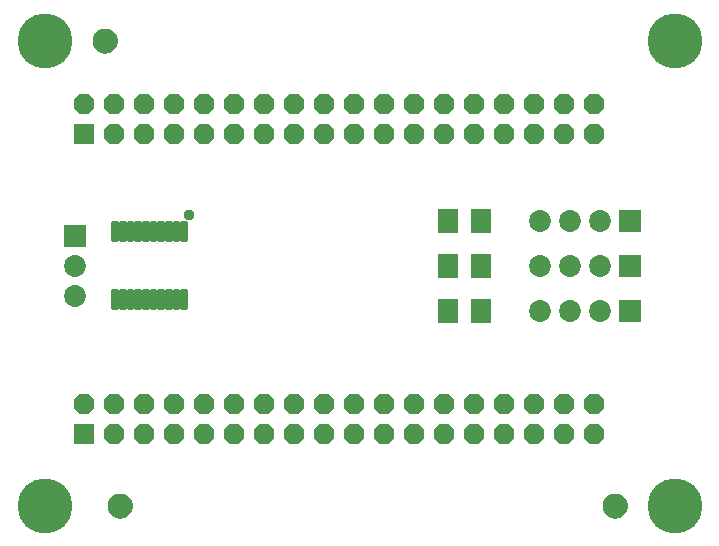
<source format=gbr>
G04 EAGLE Gerber RS-274X export*
G75*
%MOMM*%
%FSLAX34Y34*%
%LPD*%
%INSoldermask Top*%
%IPPOS*%
%AMOC8*
5,1,8,0,0,1.08239X$1,22.5*%
G01*
%ADD10C,0.609600*%
%ADD11C,1.219200*%
%ADD12C,4.648200*%
%ADD13R,1.803200X2.006200*%
%ADD14R,1.854200X1.854200*%
%ADD15C,1.854200*%
%ADD16C,0.306600*%
%ADD17R,1.727200X1.727200*%
%ADD18P,1.869504X8X22.500000*%
%ADD19C,0.959600*%


D10*
X513080Y38100D02*
X513082Y38287D01*
X513089Y38474D01*
X513101Y38661D01*
X513117Y38847D01*
X513137Y39033D01*
X513162Y39218D01*
X513192Y39403D01*
X513226Y39587D01*
X513265Y39770D01*
X513308Y39952D01*
X513356Y40132D01*
X513408Y40312D01*
X513465Y40490D01*
X513525Y40667D01*
X513591Y40842D01*
X513660Y41016D01*
X513734Y41188D01*
X513812Y41358D01*
X513894Y41526D01*
X513980Y41692D01*
X514070Y41856D01*
X514164Y42017D01*
X514262Y42177D01*
X514364Y42333D01*
X514470Y42488D01*
X514580Y42639D01*
X514693Y42788D01*
X514810Y42934D01*
X514930Y43077D01*
X515054Y43217D01*
X515181Y43354D01*
X515312Y43488D01*
X515446Y43619D01*
X515583Y43746D01*
X515723Y43870D01*
X515866Y43990D01*
X516012Y44107D01*
X516161Y44220D01*
X516312Y44330D01*
X516467Y44436D01*
X516623Y44538D01*
X516783Y44636D01*
X516944Y44730D01*
X517108Y44820D01*
X517274Y44906D01*
X517442Y44988D01*
X517612Y45066D01*
X517784Y45140D01*
X517958Y45209D01*
X518133Y45275D01*
X518310Y45335D01*
X518488Y45392D01*
X518668Y45444D01*
X518848Y45492D01*
X519030Y45535D01*
X519213Y45574D01*
X519397Y45608D01*
X519582Y45638D01*
X519767Y45663D01*
X519953Y45683D01*
X520139Y45699D01*
X520326Y45711D01*
X520513Y45718D01*
X520700Y45720D01*
X520887Y45718D01*
X521074Y45711D01*
X521261Y45699D01*
X521447Y45683D01*
X521633Y45663D01*
X521818Y45638D01*
X522003Y45608D01*
X522187Y45574D01*
X522370Y45535D01*
X522552Y45492D01*
X522732Y45444D01*
X522912Y45392D01*
X523090Y45335D01*
X523267Y45275D01*
X523442Y45209D01*
X523616Y45140D01*
X523788Y45066D01*
X523958Y44988D01*
X524126Y44906D01*
X524292Y44820D01*
X524456Y44730D01*
X524617Y44636D01*
X524777Y44538D01*
X524933Y44436D01*
X525088Y44330D01*
X525239Y44220D01*
X525388Y44107D01*
X525534Y43990D01*
X525677Y43870D01*
X525817Y43746D01*
X525954Y43619D01*
X526088Y43488D01*
X526219Y43354D01*
X526346Y43217D01*
X526470Y43077D01*
X526590Y42934D01*
X526707Y42788D01*
X526820Y42639D01*
X526930Y42488D01*
X527036Y42333D01*
X527138Y42177D01*
X527236Y42017D01*
X527330Y41856D01*
X527420Y41692D01*
X527506Y41526D01*
X527588Y41358D01*
X527666Y41188D01*
X527740Y41016D01*
X527809Y40842D01*
X527875Y40667D01*
X527935Y40490D01*
X527992Y40312D01*
X528044Y40132D01*
X528092Y39952D01*
X528135Y39770D01*
X528174Y39587D01*
X528208Y39403D01*
X528238Y39218D01*
X528263Y39033D01*
X528283Y38847D01*
X528299Y38661D01*
X528311Y38474D01*
X528318Y38287D01*
X528320Y38100D01*
X528318Y37913D01*
X528311Y37726D01*
X528299Y37539D01*
X528283Y37353D01*
X528263Y37167D01*
X528238Y36982D01*
X528208Y36797D01*
X528174Y36613D01*
X528135Y36430D01*
X528092Y36248D01*
X528044Y36068D01*
X527992Y35888D01*
X527935Y35710D01*
X527875Y35533D01*
X527809Y35358D01*
X527740Y35184D01*
X527666Y35012D01*
X527588Y34842D01*
X527506Y34674D01*
X527420Y34508D01*
X527330Y34344D01*
X527236Y34183D01*
X527138Y34023D01*
X527036Y33867D01*
X526930Y33712D01*
X526820Y33561D01*
X526707Y33412D01*
X526590Y33266D01*
X526470Y33123D01*
X526346Y32983D01*
X526219Y32846D01*
X526088Y32712D01*
X525954Y32581D01*
X525817Y32454D01*
X525677Y32330D01*
X525534Y32210D01*
X525388Y32093D01*
X525239Y31980D01*
X525088Y31870D01*
X524933Y31764D01*
X524777Y31662D01*
X524617Y31564D01*
X524456Y31470D01*
X524292Y31380D01*
X524126Y31294D01*
X523958Y31212D01*
X523788Y31134D01*
X523616Y31060D01*
X523442Y30991D01*
X523267Y30925D01*
X523090Y30865D01*
X522912Y30808D01*
X522732Y30756D01*
X522552Y30708D01*
X522370Y30665D01*
X522187Y30626D01*
X522003Y30592D01*
X521818Y30562D01*
X521633Y30537D01*
X521447Y30517D01*
X521261Y30501D01*
X521074Y30489D01*
X520887Y30482D01*
X520700Y30480D01*
X520513Y30482D01*
X520326Y30489D01*
X520139Y30501D01*
X519953Y30517D01*
X519767Y30537D01*
X519582Y30562D01*
X519397Y30592D01*
X519213Y30626D01*
X519030Y30665D01*
X518848Y30708D01*
X518668Y30756D01*
X518488Y30808D01*
X518310Y30865D01*
X518133Y30925D01*
X517958Y30991D01*
X517784Y31060D01*
X517612Y31134D01*
X517442Y31212D01*
X517274Y31294D01*
X517108Y31380D01*
X516944Y31470D01*
X516783Y31564D01*
X516623Y31662D01*
X516467Y31764D01*
X516312Y31870D01*
X516161Y31980D01*
X516012Y32093D01*
X515866Y32210D01*
X515723Y32330D01*
X515583Y32454D01*
X515446Y32581D01*
X515312Y32712D01*
X515181Y32846D01*
X515054Y32983D01*
X514930Y33123D01*
X514810Y33266D01*
X514693Y33412D01*
X514580Y33561D01*
X514470Y33712D01*
X514364Y33867D01*
X514262Y34023D01*
X514164Y34183D01*
X514070Y34344D01*
X513980Y34508D01*
X513894Y34674D01*
X513812Y34842D01*
X513734Y35012D01*
X513660Y35184D01*
X513591Y35358D01*
X513525Y35533D01*
X513465Y35710D01*
X513408Y35888D01*
X513356Y36068D01*
X513308Y36248D01*
X513265Y36430D01*
X513226Y36613D01*
X513192Y36797D01*
X513162Y36982D01*
X513137Y37167D01*
X513117Y37353D01*
X513101Y37539D01*
X513089Y37726D01*
X513082Y37913D01*
X513080Y38100D01*
D11*
X520700Y38100D03*
D10*
X81280Y431800D02*
X81282Y431987D01*
X81289Y432174D01*
X81301Y432361D01*
X81317Y432547D01*
X81337Y432733D01*
X81362Y432918D01*
X81392Y433103D01*
X81426Y433287D01*
X81465Y433470D01*
X81508Y433652D01*
X81556Y433832D01*
X81608Y434012D01*
X81665Y434190D01*
X81725Y434367D01*
X81791Y434542D01*
X81860Y434716D01*
X81934Y434888D01*
X82012Y435058D01*
X82094Y435226D01*
X82180Y435392D01*
X82270Y435556D01*
X82364Y435717D01*
X82462Y435877D01*
X82564Y436033D01*
X82670Y436188D01*
X82780Y436339D01*
X82893Y436488D01*
X83010Y436634D01*
X83130Y436777D01*
X83254Y436917D01*
X83381Y437054D01*
X83512Y437188D01*
X83646Y437319D01*
X83783Y437446D01*
X83923Y437570D01*
X84066Y437690D01*
X84212Y437807D01*
X84361Y437920D01*
X84512Y438030D01*
X84667Y438136D01*
X84823Y438238D01*
X84983Y438336D01*
X85144Y438430D01*
X85308Y438520D01*
X85474Y438606D01*
X85642Y438688D01*
X85812Y438766D01*
X85984Y438840D01*
X86158Y438909D01*
X86333Y438975D01*
X86510Y439035D01*
X86688Y439092D01*
X86868Y439144D01*
X87048Y439192D01*
X87230Y439235D01*
X87413Y439274D01*
X87597Y439308D01*
X87782Y439338D01*
X87967Y439363D01*
X88153Y439383D01*
X88339Y439399D01*
X88526Y439411D01*
X88713Y439418D01*
X88900Y439420D01*
X89087Y439418D01*
X89274Y439411D01*
X89461Y439399D01*
X89647Y439383D01*
X89833Y439363D01*
X90018Y439338D01*
X90203Y439308D01*
X90387Y439274D01*
X90570Y439235D01*
X90752Y439192D01*
X90932Y439144D01*
X91112Y439092D01*
X91290Y439035D01*
X91467Y438975D01*
X91642Y438909D01*
X91816Y438840D01*
X91988Y438766D01*
X92158Y438688D01*
X92326Y438606D01*
X92492Y438520D01*
X92656Y438430D01*
X92817Y438336D01*
X92977Y438238D01*
X93133Y438136D01*
X93288Y438030D01*
X93439Y437920D01*
X93588Y437807D01*
X93734Y437690D01*
X93877Y437570D01*
X94017Y437446D01*
X94154Y437319D01*
X94288Y437188D01*
X94419Y437054D01*
X94546Y436917D01*
X94670Y436777D01*
X94790Y436634D01*
X94907Y436488D01*
X95020Y436339D01*
X95130Y436188D01*
X95236Y436033D01*
X95338Y435877D01*
X95436Y435717D01*
X95530Y435556D01*
X95620Y435392D01*
X95706Y435226D01*
X95788Y435058D01*
X95866Y434888D01*
X95940Y434716D01*
X96009Y434542D01*
X96075Y434367D01*
X96135Y434190D01*
X96192Y434012D01*
X96244Y433832D01*
X96292Y433652D01*
X96335Y433470D01*
X96374Y433287D01*
X96408Y433103D01*
X96438Y432918D01*
X96463Y432733D01*
X96483Y432547D01*
X96499Y432361D01*
X96511Y432174D01*
X96518Y431987D01*
X96520Y431800D01*
X96518Y431613D01*
X96511Y431426D01*
X96499Y431239D01*
X96483Y431053D01*
X96463Y430867D01*
X96438Y430682D01*
X96408Y430497D01*
X96374Y430313D01*
X96335Y430130D01*
X96292Y429948D01*
X96244Y429768D01*
X96192Y429588D01*
X96135Y429410D01*
X96075Y429233D01*
X96009Y429058D01*
X95940Y428884D01*
X95866Y428712D01*
X95788Y428542D01*
X95706Y428374D01*
X95620Y428208D01*
X95530Y428044D01*
X95436Y427883D01*
X95338Y427723D01*
X95236Y427567D01*
X95130Y427412D01*
X95020Y427261D01*
X94907Y427112D01*
X94790Y426966D01*
X94670Y426823D01*
X94546Y426683D01*
X94419Y426546D01*
X94288Y426412D01*
X94154Y426281D01*
X94017Y426154D01*
X93877Y426030D01*
X93734Y425910D01*
X93588Y425793D01*
X93439Y425680D01*
X93288Y425570D01*
X93133Y425464D01*
X92977Y425362D01*
X92817Y425264D01*
X92656Y425170D01*
X92492Y425080D01*
X92326Y424994D01*
X92158Y424912D01*
X91988Y424834D01*
X91816Y424760D01*
X91642Y424691D01*
X91467Y424625D01*
X91290Y424565D01*
X91112Y424508D01*
X90932Y424456D01*
X90752Y424408D01*
X90570Y424365D01*
X90387Y424326D01*
X90203Y424292D01*
X90018Y424262D01*
X89833Y424237D01*
X89647Y424217D01*
X89461Y424201D01*
X89274Y424189D01*
X89087Y424182D01*
X88900Y424180D01*
X88713Y424182D01*
X88526Y424189D01*
X88339Y424201D01*
X88153Y424217D01*
X87967Y424237D01*
X87782Y424262D01*
X87597Y424292D01*
X87413Y424326D01*
X87230Y424365D01*
X87048Y424408D01*
X86868Y424456D01*
X86688Y424508D01*
X86510Y424565D01*
X86333Y424625D01*
X86158Y424691D01*
X85984Y424760D01*
X85812Y424834D01*
X85642Y424912D01*
X85474Y424994D01*
X85308Y425080D01*
X85144Y425170D01*
X84983Y425264D01*
X84823Y425362D01*
X84667Y425464D01*
X84512Y425570D01*
X84361Y425680D01*
X84212Y425793D01*
X84066Y425910D01*
X83923Y426030D01*
X83783Y426154D01*
X83646Y426281D01*
X83512Y426412D01*
X83381Y426546D01*
X83254Y426683D01*
X83130Y426823D01*
X83010Y426966D01*
X82893Y427112D01*
X82780Y427261D01*
X82670Y427412D01*
X82564Y427567D01*
X82462Y427723D01*
X82364Y427883D01*
X82270Y428044D01*
X82180Y428208D01*
X82094Y428374D01*
X82012Y428542D01*
X81934Y428712D01*
X81860Y428884D01*
X81791Y429058D01*
X81725Y429233D01*
X81665Y429410D01*
X81608Y429588D01*
X81556Y429768D01*
X81508Y429948D01*
X81465Y430130D01*
X81426Y430313D01*
X81392Y430497D01*
X81362Y430682D01*
X81337Y430867D01*
X81317Y431053D01*
X81301Y431239D01*
X81289Y431426D01*
X81282Y431613D01*
X81280Y431800D01*
D11*
X88900Y431800D03*
D10*
X93980Y38100D02*
X93982Y38287D01*
X93989Y38474D01*
X94001Y38661D01*
X94017Y38847D01*
X94037Y39033D01*
X94062Y39218D01*
X94092Y39403D01*
X94126Y39587D01*
X94165Y39770D01*
X94208Y39952D01*
X94256Y40132D01*
X94308Y40312D01*
X94365Y40490D01*
X94425Y40667D01*
X94491Y40842D01*
X94560Y41016D01*
X94634Y41188D01*
X94712Y41358D01*
X94794Y41526D01*
X94880Y41692D01*
X94970Y41856D01*
X95064Y42017D01*
X95162Y42177D01*
X95264Y42333D01*
X95370Y42488D01*
X95480Y42639D01*
X95593Y42788D01*
X95710Y42934D01*
X95830Y43077D01*
X95954Y43217D01*
X96081Y43354D01*
X96212Y43488D01*
X96346Y43619D01*
X96483Y43746D01*
X96623Y43870D01*
X96766Y43990D01*
X96912Y44107D01*
X97061Y44220D01*
X97212Y44330D01*
X97367Y44436D01*
X97523Y44538D01*
X97683Y44636D01*
X97844Y44730D01*
X98008Y44820D01*
X98174Y44906D01*
X98342Y44988D01*
X98512Y45066D01*
X98684Y45140D01*
X98858Y45209D01*
X99033Y45275D01*
X99210Y45335D01*
X99388Y45392D01*
X99568Y45444D01*
X99748Y45492D01*
X99930Y45535D01*
X100113Y45574D01*
X100297Y45608D01*
X100482Y45638D01*
X100667Y45663D01*
X100853Y45683D01*
X101039Y45699D01*
X101226Y45711D01*
X101413Y45718D01*
X101600Y45720D01*
X101787Y45718D01*
X101974Y45711D01*
X102161Y45699D01*
X102347Y45683D01*
X102533Y45663D01*
X102718Y45638D01*
X102903Y45608D01*
X103087Y45574D01*
X103270Y45535D01*
X103452Y45492D01*
X103632Y45444D01*
X103812Y45392D01*
X103990Y45335D01*
X104167Y45275D01*
X104342Y45209D01*
X104516Y45140D01*
X104688Y45066D01*
X104858Y44988D01*
X105026Y44906D01*
X105192Y44820D01*
X105356Y44730D01*
X105517Y44636D01*
X105677Y44538D01*
X105833Y44436D01*
X105988Y44330D01*
X106139Y44220D01*
X106288Y44107D01*
X106434Y43990D01*
X106577Y43870D01*
X106717Y43746D01*
X106854Y43619D01*
X106988Y43488D01*
X107119Y43354D01*
X107246Y43217D01*
X107370Y43077D01*
X107490Y42934D01*
X107607Y42788D01*
X107720Y42639D01*
X107830Y42488D01*
X107936Y42333D01*
X108038Y42177D01*
X108136Y42017D01*
X108230Y41856D01*
X108320Y41692D01*
X108406Y41526D01*
X108488Y41358D01*
X108566Y41188D01*
X108640Y41016D01*
X108709Y40842D01*
X108775Y40667D01*
X108835Y40490D01*
X108892Y40312D01*
X108944Y40132D01*
X108992Y39952D01*
X109035Y39770D01*
X109074Y39587D01*
X109108Y39403D01*
X109138Y39218D01*
X109163Y39033D01*
X109183Y38847D01*
X109199Y38661D01*
X109211Y38474D01*
X109218Y38287D01*
X109220Y38100D01*
X109218Y37913D01*
X109211Y37726D01*
X109199Y37539D01*
X109183Y37353D01*
X109163Y37167D01*
X109138Y36982D01*
X109108Y36797D01*
X109074Y36613D01*
X109035Y36430D01*
X108992Y36248D01*
X108944Y36068D01*
X108892Y35888D01*
X108835Y35710D01*
X108775Y35533D01*
X108709Y35358D01*
X108640Y35184D01*
X108566Y35012D01*
X108488Y34842D01*
X108406Y34674D01*
X108320Y34508D01*
X108230Y34344D01*
X108136Y34183D01*
X108038Y34023D01*
X107936Y33867D01*
X107830Y33712D01*
X107720Y33561D01*
X107607Y33412D01*
X107490Y33266D01*
X107370Y33123D01*
X107246Y32983D01*
X107119Y32846D01*
X106988Y32712D01*
X106854Y32581D01*
X106717Y32454D01*
X106577Y32330D01*
X106434Y32210D01*
X106288Y32093D01*
X106139Y31980D01*
X105988Y31870D01*
X105833Y31764D01*
X105677Y31662D01*
X105517Y31564D01*
X105356Y31470D01*
X105192Y31380D01*
X105026Y31294D01*
X104858Y31212D01*
X104688Y31134D01*
X104516Y31060D01*
X104342Y30991D01*
X104167Y30925D01*
X103990Y30865D01*
X103812Y30808D01*
X103632Y30756D01*
X103452Y30708D01*
X103270Y30665D01*
X103087Y30626D01*
X102903Y30592D01*
X102718Y30562D01*
X102533Y30537D01*
X102347Y30517D01*
X102161Y30501D01*
X101974Y30489D01*
X101787Y30482D01*
X101600Y30480D01*
X101413Y30482D01*
X101226Y30489D01*
X101039Y30501D01*
X100853Y30517D01*
X100667Y30537D01*
X100482Y30562D01*
X100297Y30592D01*
X100113Y30626D01*
X99930Y30665D01*
X99748Y30708D01*
X99568Y30756D01*
X99388Y30808D01*
X99210Y30865D01*
X99033Y30925D01*
X98858Y30991D01*
X98684Y31060D01*
X98512Y31134D01*
X98342Y31212D01*
X98174Y31294D01*
X98008Y31380D01*
X97844Y31470D01*
X97683Y31564D01*
X97523Y31662D01*
X97367Y31764D01*
X97212Y31870D01*
X97061Y31980D01*
X96912Y32093D01*
X96766Y32210D01*
X96623Y32330D01*
X96483Y32454D01*
X96346Y32581D01*
X96212Y32712D01*
X96081Y32846D01*
X95954Y32983D01*
X95830Y33123D01*
X95710Y33266D01*
X95593Y33412D01*
X95480Y33561D01*
X95370Y33712D01*
X95264Y33867D01*
X95162Y34023D01*
X95064Y34183D01*
X94970Y34344D01*
X94880Y34508D01*
X94794Y34674D01*
X94712Y34842D01*
X94634Y35012D01*
X94560Y35184D01*
X94491Y35358D01*
X94425Y35533D01*
X94365Y35710D01*
X94308Y35888D01*
X94256Y36068D01*
X94208Y36248D01*
X94165Y36430D01*
X94126Y36613D01*
X94092Y36797D01*
X94062Y36982D01*
X94037Y37167D01*
X94017Y37353D01*
X94001Y37539D01*
X93989Y37726D01*
X93982Y37913D01*
X93980Y38100D01*
D11*
X101600Y38100D03*
D12*
X38100Y431800D03*
X571500Y431800D03*
X571500Y38100D03*
X38100Y38100D03*
D13*
X379480Y203200D03*
X407920Y203200D03*
X379480Y241300D03*
X407920Y241300D03*
X379480Y279400D03*
X407920Y279400D03*
D14*
X533400Y203200D03*
D15*
X508000Y203200D03*
X482600Y203200D03*
X457200Y203200D03*
D14*
X533400Y241300D03*
D15*
X508000Y241300D03*
X482600Y241300D03*
X457200Y241300D03*
D14*
X533400Y279400D03*
D15*
X508000Y279400D03*
X482600Y279400D03*
X457200Y279400D03*
D14*
X63500Y266700D03*
D15*
X63500Y241300D03*
X63500Y215900D03*
D16*
X99283Y219933D02*
X99283Y205267D01*
X96217Y205267D01*
X96217Y219933D01*
X99283Y219933D01*
X99283Y208180D02*
X96217Y208180D01*
X96217Y211093D02*
X99283Y211093D01*
X99283Y214006D02*
X96217Y214006D01*
X96217Y216919D02*
X99283Y216919D01*
X99283Y219832D02*
X96217Y219832D01*
X105783Y219933D02*
X105783Y205267D01*
X102717Y205267D01*
X102717Y219933D01*
X105783Y219933D01*
X105783Y208180D02*
X102717Y208180D01*
X102717Y211093D02*
X105783Y211093D01*
X105783Y214006D02*
X102717Y214006D01*
X102717Y216919D02*
X105783Y216919D01*
X105783Y219832D02*
X102717Y219832D01*
X112283Y219933D02*
X112283Y205267D01*
X109217Y205267D01*
X109217Y219933D01*
X112283Y219933D01*
X112283Y208180D02*
X109217Y208180D01*
X109217Y211093D02*
X112283Y211093D01*
X112283Y214006D02*
X109217Y214006D01*
X109217Y216919D02*
X112283Y216919D01*
X112283Y219832D02*
X109217Y219832D01*
X118783Y219933D02*
X118783Y205267D01*
X115717Y205267D01*
X115717Y219933D01*
X118783Y219933D01*
X118783Y208180D02*
X115717Y208180D01*
X115717Y211093D02*
X118783Y211093D01*
X118783Y214006D02*
X115717Y214006D01*
X115717Y216919D02*
X118783Y216919D01*
X118783Y219832D02*
X115717Y219832D01*
X125283Y219933D02*
X125283Y205267D01*
X122217Y205267D01*
X122217Y219933D01*
X125283Y219933D01*
X125283Y208180D02*
X122217Y208180D01*
X122217Y211093D02*
X125283Y211093D01*
X125283Y214006D02*
X122217Y214006D01*
X122217Y216919D02*
X125283Y216919D01*
X125283Y219832D02*
X122217Y219832D01*
X131783Y219933D02*
X131783Y205267D01*
X128717Y205267D01*
X128717Y219933D01*
X131783Y219933D01*
X131783Y208180D02*
X128717Y208180D01*
X128717Y211093D02*
X131783Y211093D01*
X131783Y214006D02*
X128717Y214006D01*
X128717Y216919D02*
X131783Y216919D01*
X131783Y219832D02*
X128717Y219832D01*
X138283Y219933D02*
X138283Y205267D01*
X135217Y205267D01*
X135217Y219933D01*
X138283Y219933D01*
X138283Y208180D02*
X135217Y208180D01*
X135217Y211093D02*
X138283Y211093D01*
X138283Y214006D02*
X135217Y214006D01*
X135217Y216919D02*
X138283Y216919D01*
X138283Y219832D02*
X135217Y219832D01*
X144783Y219933D02*
X144783Y205267D01*
X141717Y205267D01*
X141717Y219933D01*
X144783Y219933D01*
X144783Y208180D02*
X141717Y208180D01*
X141717Y211093D02*
X144783Y211093D01*
X144783Y214006D02*
X141717Y214006D01*
X141717Y216919D02*
X144783Y216919D01*
X144783Y219832D02*
X141717Y219832D01*
X151283Y219933D02*
X151283Y205267D01*
X148217Y205267D01*
X148217Y219933D01*
X151283Y219933D01*
X151283Y208180D02*
X148217Y208180D01*
X148217Y211093D02*
X151283Y211093D01*
X151283Y214006D02*
X148217Y214006D01*
X148217Y216919D02*
X151283Y216919D01*
X151283Y219832D02*
X148217Y219832D01*
X157783Y219933D02*
X157783Y205267D01*
X154717Y205267D01*
X154717Y219933D01*
X157783Y219933D01*
X157783Y208180D02*
X154717Y208180D01*
X154717Y211093D02*
X157783Y211093D01*
X157783Y214006D02*
X154717Y214006D01*
X154717Y216919D02*
X157783Y216919D01*
X157783Y219832D02*
X154717Y219832D01*
X157783Y262667D02*
X157783Y277333D01*
X157783Y262667D02*
X154717Y262667D01*
X154717Y277333D01*
X157783Y277333D01*
X157783Y265580D02*
X154717Y265580D01*
X154717Y268493D02*
X157783Y268493D01*
X157783Y271406D02*
X154717Y271406D01*
X154717Y274319D02*
X157783Y274319D01*
X157783Y277232D02*
X154717Y277232D01*
X151283Y277333D02*
X151283Y262667D01*
X148217Y262667D01*
X148217Y277333D01*
X151283Y277333D01*
X151283Y265580D02*
X148217Y265580D01*
X148217Y268493D02*
X151283Y268493D01*
X151283Y271406D02*
X148217Y271406D01*
X148217Y274319D02*
X151283Y274319D01*
X151283Y277232D02*
X148217Y277232D01*
X144783Y277333D02*
X144783Y262667D01*
X141717Y262667D01*
X141717Y277333D01*
X144783Y277333D01*
X144783Y265580D02*
X141717Y265580D01*
X141717Y268493D02*
X144783Y268493D01*
X144783Y271406D02*
X141717Y271406D01*
X141717Y274319D02*
X144783Y274319D01*
X144783Y277232D02*
X141717Y277232D01*
X138283Y277333D02*
X138283Y262667D01*
X135217Y262667D01*
X135217Y277333D01*
X138283Y277333D01*
X138283Y265580D02*
X135217Y265580D01*
X135217Y268493D02*
X138283Y268493D01*
X138283Y271406D02*
X135217Y271406D01*
X135217Y274319D02*
X138283Y274319D01*
X138283Y277232D02*
X135217Y277232D01*
X131783Y277333D02*
X131783Y262667D01*
X128717Y262667D01*
X128717Y277333D01*
X131783Y277333D01*
X131783Y265580D02*
X128717Y265580D01*
X128717Y268493D02*
X131783Y268493D01*
X131783Y271406D02*
X128717Y271406D01*
X128717Y274319D02*
X131783Y274319D01*
X131783Y277232D02*
X128717Y277232D01*
X125283Y277333D02*
X125283Y262667D01*
X122217Y262667D01*
X122217Y277333D01*
X125283Y277333D01*
X125283Y265580D02*
X122217Y265580D01*
X122217Y268493D02*
X125283Y268493D01*
X125283Y271406D02*
X122217Y271406D01*
X122217Y274319D02*
X125283Y274319D01*
X125283Y277232D02*
X122217Y277232D01*
X118783Y277333D02*
X118783Y262667D01*
X115717Y262667D01*
X115717Y277333D01*
X118783Y277333D01*
X118783Y265580D02*
X115717Y265580D01*
X115717Y268493D02*
X118783Y268493D01*
X118783Y271406D02*
X115717Y271406D01*
X115717Y274319D02*
X118783Y274319D01*
X118783Y277232D02*
X115717Y277232D01*
X112283Y277333D02*
X112283Y262667D01*
X109217Y262667D01*
X109217Y277333D01*
X112283Y277333D01*
X112283Y265580D02*
X109217Y265580D01*
X109217Y268493D02*
X112283Y268493D01*
X112283Y271406D02*
X109217Y271406D01*
X109217Y274319D02*
X112283Y274319D01*
X112283Y277232D02*
X109217Y277232D01*
X105783Y277333D02*
X105783Y262667D01*
X102717Y262667D01*
X102717Y277333D01*
X105783Y277333D01*
X105783Y265580D02*
X102717Y265580D01*
X102717Y268493D02*
X105783Y268493D01*
X105783Y271406D02*
X102717Y271406D01*
X102717Y274319D02*
X105783Y274319D01*
X105783Y277232D02*
X102717Y277232D01*
X99283Y277333D02*
X99283Y262667D01*
X96217Y262667D01*
X96217Y277333D01*
X99283Y277333D01*
X99283Y265580D02*
X96217Y265580D01*
X96217Y268493D02*
X99283Y268493D01*
X99283Y271406D02*
X96217Y271406D01*
X96217Y274319D02*
X99283Y274319D01*
X99283Y277232D02*
X96217Y277232D01*
D17*
X71800Y98800D03*
D18*
X71800Y124200D03*
X97200Y98800D03*
X97200Y124200D03*
X122600Y98800D03*
X122600Y124200D03*
X148000Y98800D03*
X148000Y124200D03*
X173400Y98800D03*
X173400Y124200D03*
X198800Y98800D03*
X198800Y124200D03*
X224200Y98800D03*
X224200Y124200D03*
X249600Y98800D03*
X249600Y124200D03*
X275000Y98800D03*
X275000Y124200D03*
X300400Y98800D03*
X300400Y124200D03*
X325800Y98800D03*
X325800Y124200D03*
X351200Y98800D03*
X351200Y124200D03*
X376600Y98800D03*
X376600Y124200D03*
X402000Y98800D03*
X402000Y124200D03*
X427400Y98800D03*
X427400Y124200D03*
X452800Y98800D03*
X452800Y124200D03*
X478200Y98800D03*
X478200Y124200D03*
X503600Y98800D03*
X503600Y124200D03*
D17*
X71800Y352800D03*
D18*
X71800Y378200D03*
X97200Y352800D03*
X97200Y378200D03*
X122600Y352800D03*
X122600Y378200D03*
X148000Y352800D03*
X148000Y378200D03*
X173400Y352800D03*
X173400Y378200D03*
X198800Y352800D03*
X198800Y378200D03*
X224200Y352800D03*
X224200Y378200D03*
X249600Y352800D03*
X249600Y378200D03*
X275000Y352800D03*
X275000Y378200D03*
X300400Y352800D03*
X300400Y378200D03*
X325800Y352800D03*
X325800Y378200D03*
X351200Y352800D03*
X351200Y378200D03*
X376600Y352800D03*
X376600Y378200D03*
X402000Y352800D03*
X402000Y378200D03*
X427400Y352800D03*
X427400Y378200D03*
X452800Y352800D03*
X452800Y378200D03*
X478200Y352800D03*
X478200Y378200D03*
X503600Y352800D03*
X503600Y378200D03*
D19*
X160020Y284480D03*
M02*

</source>
